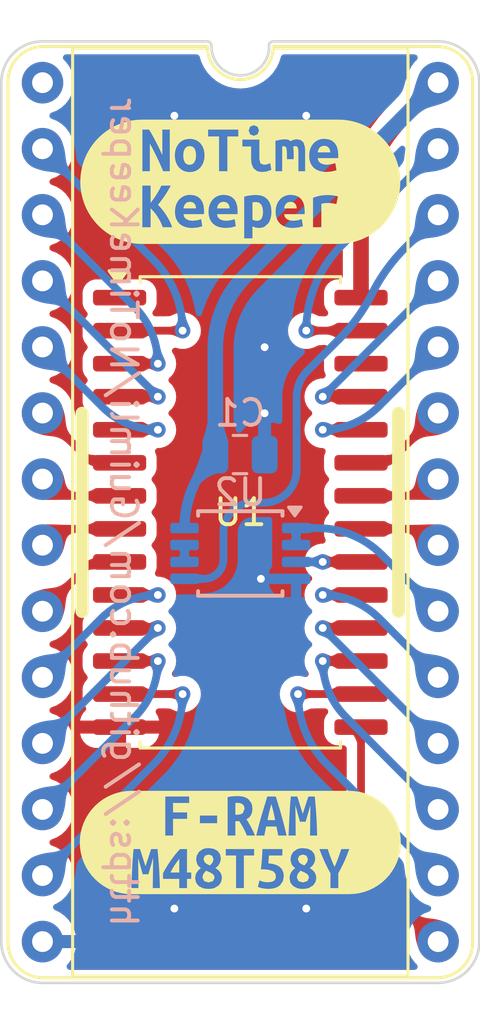
<source format=kicad_pcb>
(kicad_pcb (version 20240108) (generator "pcbnew") (generator_version "8.0")
  (layers (0 "F.Cu" signal) (31 "B.Cu" signal) (34 "B.Paste" user) (35 "F.Paste" user) (36 "B.SilkS" user "B.Silkscreen") (37 "F.SilkS" user "F.Silkscreen") (38 "B.Mask" user) (39 "F.Mask" user) (44 "Edge.Cuts" user))
  (net 0 "")
  (net 1 "GND")
  (net 2 "+5V")
  (net 3 "/D4")
  (net 4 "/A4")
  (net 5 "/A3")
  (net 6 "/D5")
  (net 7 "/A5")
  (net 8 "/D2")
  (net 9 "/A10")
  (net 10 "/~{CE}")
  (net 11 "/A6")
  (net 12 "/D0")
  (net 13 "/D7")
  (net 14 "/A8")
  (net 15 "/A0")
  (net 16 "/D1")
  (net 17 "/D6")
  (net 18 "/~{OE}")
  (net 19 "/A7")
  (net 20 "/A9")
  (net 21 "/D3")
  (net 22 "/~{WE}")
  (net 23 "/A11")
  (net 24 "/A1")
  (net 25 "/A12")
  (net 26 "/A2")
  (net 27 "/E1")
  (net 28 "/~{E1}")
  (net 29 "/E2")
  (footprint "Additional:DIP-28_W15.24mm_Socket" (layer "F.Cu") (at 110.185 53.505)
    (property "Reference" "U4")
    (property "Value" "M48T58")
    (fp_line (start -1.33 0) (end -1.33 33.02) (stroke (width 0.12)) (layer "F.SilkS"))
    (fp_line (start 0 34.41) (end 15.24 34.41) (stroke (width 0.12)) (layer "F.SilkS"))
    (fp_line (start 1.16 -1.33) (end 1.16 34.35) (stroke (width 0.12)) (layer "F.SilkS"))
    (fp_line (start 1.16 34.35) (end 14.08 34.35) (stroke (width 0.12)) (layer "F.SilkS"))
    (fp_line (start 6.35 -1.39) (end 0 -1.39) (stroke (width 0.12)) (layer "F.SilkS"))
    (fp_line (start 6.35 -1.33) (end 1.16 -1.33) (stroke (width 0.12)) (layer "F.SilkS"))
    (fp_line (start 8.89 -1.39) (end 15.24 -1.39) (stroke (width 0.12)) (layer "F.SilkS"))
    (fp_line (start 14.08 -1.33) (end 8.89 -1.33) (stroke (width 0.12)) (layer "F.SilkS"))
    (fp_line (start 14.08 34.35) (end 14.08 -1.33) (stroke (width 0.12)) (layer "F.SilkS"))
    (fp_line (start 16.57 33.02) (end 16.57 0) (stroke (width 0.12)) (layer "F.SilkS"))
    (fp_arc (start -1.33 0) (mid -0.952878 -0.970452) (end 0 -1.39) (stroke (width 0.12)) (layer "F.SilkS"))
    (fp_arc (start 0 34.41) (mid -0.952878 33.990452) (end -1.33 33.02) (stroke (width 0.12)) (layer "F.SilkS"))
    (fp_arc (start 8.89 -1.39) (mid 7.62 -0.12) (end 6.35 -1.39) (stroke (width 0.12)) (layer "F.SilkS"))
    (fp_arc (start 15.24 -1.39) (mid 16.192878 -0.970452) (end 16.57 0) (stroke (width 0.12)) (layer "F.SilkS"))
    (fp_arc (start 16.57 33.02) (mid 16.192878 33.990452) (end 15.24 34.41) (stroke (width 0.12)) (layer "F.SilkS"))
    (fp_line (start -1.5875 33.02) (end -1.5875 0) (stroke (width 0.1)) (layer "Edge.Cuts"))
    (fp_line (start 6.35 -1.5875) (end 0 -1.5875) (stroke (width 0.1)) (layer "Edge.Cuts"))
    (fp_line (start 6.50375 -1.428801) (end 6.50375 -1.39) (stroke (width 0.1)) (layer "Edge.Cuts"))
    (fp_line (start 8.72625 -1.39) (end 8.72625 -1.428801) (stroke (width 0.1)) (layer "Edge.Cuts"))
    (fp_line (start 8.89 -1.5875) (end 15.24 -1.5875) (stroke (width 0.1)) (layer "Edge.Cuts"))
    (fp_line (start 15.24 34.6075) (end 0 34.6075) (stroke (width 0.1)) (layer "Edge.Cuts"))
    (fp_line (start 16.8275 0) (end 16.8275 33.02) (stroke (width 0.1)) (layer "Edge.Cuts"))
    (fp_arc (start -1.5875 0) (mid -1.122532 -1.122532) (end 0 -1.5875) (stroke (width 0.1)) (layer "Edge.Cuts"))
    (fp_arc (start 0 34.6075) (mid -1.122532 34.142532) (end -1.5875 33.02) (stroke (width 0.1)) (layer "Edge.Cuts"))
    (fp_arc (start 6.345 -1.587551) (mid 6.457254 -1.541054) (end 6.50375 -1.428801) (stroke (width 0.1)) (layer "Edge.Cuts"))
    (fp_arc (start 8.72625 -1.428801) (mid 8.774177 -1.542465) (end 8.889018 -1.5875) (stroke (width 0.1)) (layer "Edge.Cuts"))
    (fp_arc (start 8.73125 -1.39) (mid 7.62 -0.27875) (end 6.50875 -1.39) (stroke (width 0.1)) (layer "Edge.Cuts"))
    (fp_arc (start 15.24 -1.5875) (mid 16.362532 -1.122532) (end 16.8275 0) (stroke (width 0.1)) (layer "Edge.Cuts"))
    (fp_arc (start 16.8275 33.02) (mid 16.362532 34.142532) (end 15.24 34.6075) (stroke (width 0.1)) (layer "Edge.Cuts"))
    (pad "1" thru_hole circle (at 0 0) (size 1.6 1.6) (drill 0.8) (layers "*.Cu" "*.Mask"))
    (pad "2" thru_hole oval (at 0 2.54) (size 1.6 1.6) (drill 0.8) (layers "*.Cu" "*.Mask") (net 25 "/A12"))
    (pad "3" thru_hole oval (at 0 5.08) (size 1.6 1.6) (drill 0.8) (layers "*.Cu" "*.Mask") (net 19 "/A7"))
    (pad "4" thru_hole oval (at 0 7.62) (size 1.6 1.6) (drill 0.8) (layers "*.Cu" "*.Mask") (net 11 "/A6"))
    (pad "5" thru_hole oval (at 0 10.16) (size 1.6 1.6) (drill 0.8) (layers "*.Cu" "*.Mask") (net 7 "/A5"))
    (pad "6" thru_hole oval (at 0 12.7) (size 1.6 1.6) (drill 0.8) (layers "*.Cu" "*.Mask") (net 4 "/A4"))
    (pad "7" thru_hole oval (at 0 15.24) (size 1.6 1.6) (drill 0.8) (layers "*.Cu" "*.Mask") (net 5 "/A3"))
    (pad "8" thru_hole oval (at 0 17.78) (size 1.6 1.6) (drill 0.8) (layers "*.Cu" "*.Mask") (net 26 "/A2"))
    (pad "9" thru_hole oval (at 0 20.32) (size 1.6 1.6) (drill 0.8) (layers "*.Cu" "*.Mask") (net 24 "/A1"))
    (pad "10" thru_hole oval (at 0 22.86) (size 1.6 1.6) (drill 0.8) (layers "*.Cu" "*.Mask") (net 15 "/A0"))
    (pad "11" thru_hole oval (at 0 25.4) (size 1.6 1.6) (drill 0.8) (layers "*.Cu" "*.Mask") (net 12 "/D0"))
    (pad "12" thru_hole oval (at 0 27.94) (size 1.6 1.6) (drill 0.8) (layers "*.Cu" "*.Mask") (net 16 "/D1"))
    (pad "13" thru_hole oval (at 0 30.48) (size 1.6 1.6) (drill 0.8) (layers "*.Cu" "*.Mask") (net 8 "/D2"))
    (pad "14" thru_hole oval (at 0 33.02) (size 1.6 1.6) (drill 0.8) (layers "*.Cu" "*.Mask") (net 1 "GND"))
    (pad "15" thru_hole oval (at 15.24 33.02) (size 1.6 1.6) (drill 0.8) (layers "*.Cu" "*.Mask") (net 21 "/D3"))
    (pad "16" thru_hole oval (at 15.24 30.48) (size 1.6 1.6) (drill 0.8) (layers "*.Cu" "*.Mask") (net 3 "/D4"))
    (pad "17" thru_hole oval (at 15.24 27.94) (size 1.6 1.6) (drill 0.8) (layers "*.Cu" "*.Mask") (net 6 "/D5"))
    (pad "18" thru_hole oval (at 15.24 25.4) (size 1.6 1.6) (drill 0.8) (layers "*.Cu" "*.Mask") (net 17 "/D6"))
    (pad "19" thru_hole oval (at 15.24 22.86) (size 1.6 1.6) (drill 0.8) (layers "*.Cu" "*.Mask") (net 13 "/D7"))
    (pad "20" thru_hole oval (at 15.24 20.32) (size 1.6 1.6) (drill 0.8) (layers "*.Cu" "*.Mask") (net 28 "/~{E1}"))
    (pad "21" thru_hole oval (at 15.24 17.78) (size 1.6 1.6) (drill 0.8) (layers "*.Cu" "*.Mask") (net 9 "/A10"))
    (pad "22" thru_hole oval (at 15.24 15.24) (size 1.6 1.6) (drill 0.8) (layers "*.Cu" "*.Mask") (net 18 "/~{OE}"))
    (pad "23" thru_hole oval (at 15.24 12.7) (size 1.6 1.6) (drill 0.8) (layers "*.Cu" "*.Mask") (net 23 "/A11"))
    (pad "24" thru_hole oval (at 15.24 10.16) (size 1.6 1.6) (drill 0.8) (layers "*.Cu" "*.Mask") (net 20 "/A9"))
    (pad "25" thru_hole oval (at 15.24 7.62) (size 1.6 1.6) (drill 0.8) (layers "*.Cu" "*.Mask") (net 14 "/A8"))
    (pad "26" thru_hole oval (at 15.24 5.08) (size 1.6 1.6) (drill 0.8) (layers "*.Cu" "*.Mask") (net 29 "/E2"))
    (pad "27" thru_hole oval (at 15.24 2.54) (size 1.6 1.6) (drill 0.8) (layers "*.Cu" "*.Mask") (net 22 "/~{WE}"))
    (pad "28" thru_hole oval (at 15.24 0) (size 1.6 1.6) (drill 0.8) (layers "*.Cu" "*.Mask") (net 2 "+5V"))
  )
  (footprint "kibuzzard-679CF58C" (layer "F.Cu") (at 117.805 57.315)
    (property "Reference" "kibuzzard-679CF58C" (hide yes))
    (property "Value" "G***" (hide yes))
    (fp_poly (pts (xy -1.703393 1.024017) (xy -1.716317 0.929672) (xy -1.757674 0.84825) (xy -1.830048 0.790092) (xy -1.938611 0.768121) (xy -2.04588 0.788799) (xy -2.12084 0.845665) (xy -2.167367 0.928379) (xy -2.189338 1.024017) (xy -1.703393 1.024017)) (fill solid) (layer "F.SilkS"))
    (fp_poly (pts (xy -0.410985 1.024017) (xy -0.423909 0.929672) (xy -0.465267 0.84825) (xy -0.537641 0.790092) (xy -0.646204 0.768121) (xy -0.753473 0.788799) (xy -0.828433 0.845665) (xy -0.87496 0.928379) (xy -0.89693 1.024017) (xy -0.410985 1.024017)) (fill solid) (layer "F.SilkS"))
    (fp_poly (pts (xy 2.173829 1.024017) (xy 2.160905 0.929672) (xy 2.119548 0.84825) (xy 2.047173 0.790092) (xy 1.938611 0.768121) (xy 1.831341 0.788799) (xy 1.756381 0.845665) (xy 1.709855 0.928379) (xy 1.687884 1.024017) (xy 2.173829 1.024017)) (fill solid) (layer "F.SilkS"))
    (fp_poly (pts (xy 3.466236 -1.129995) (xy 3.453312 -1.22434) (xy 3.411955 -1.305762) (xy 3.33958 -1.36392) (xy 3.231018 -1.385891) (xy 3.123748 -1.365213) (xy 3.048788 -1.308347) (xy 3.002262 -1.225633) (xy 2.980291 -1.129995) (xy 3.466236 -1.129995)) (fill solid) (layer "F.SilkS"))
    (fp_poly (pts (xy 0.876252 1.150673) (xy 0.860097 1.002369) (xy 0.811632 0.883145) (xy 0.73021 0.804631) (xy 0.615186 0.77846) (xy 0.537641 0.782337) (xy 0.467851 0.788799) (xy 0.467851 1.455681) (xy 0.550565 1.489284) (xy 0.653958 1.502208) (xy 0.752827 1.479268) (xy 0.821971 1.410447) (xy 0.862682 1.299623) (xy 0.876252 1.150673)) (fill solid) (layer "F.SilkS"))
    (fp_poly (pts (xy -2.199677 -1.013678) (xy -2.185137 -0.866344) (xy -2.141519 -0.750027) (xy -2.06559 -0.674421) (xy -1.954119 -0.649219) (xy -1.845234 -0.674421) (xy -1.76672 -0.750027) (xy -1.719225 -0.866344) (xy -1.703393 -1.013678) (xy -1.717932 -1.160689) (xy -1.761551 -1.276037) (xy -1.83748 -1.350673) (xy -1.94895 -1.375552) (xy -2.057835 -1.350673) (xy -2.136349 -1.276037) (xy -2.183845 -1.160689) (xy -2.199677 -1.013678)) (fill solid) (layer "F.SilkS"))
    (fp_poly (pts (xy -3.773829 -2.389661) (xy -3.774044 -2.389661) (xy -3.891299 -2.386782) (xy -4.008272 -2.378154) (xy -4.12468 -2.363796) (xy -4.240244 -2.343744) (xy -4.354684 -2.318046) (xy -4.467726 -2.286763) (xy -4.579097 -2.249971) (xy -4.688528 -2.207759) (xy -4.795756 -2.160228) (xy -4.900522 -2.107493) (xy -5.002575 -2.04968) (xy -5.101668 -1.98693) (xy -5.197563 -1.919394) (xy -5.290029 -1.847233) (xy -5.378842 -1.770622) (xy -5.463789 -1.689745) (xy -5.544666 -1.604798) (xy -5.621277 -1.515985) (xy -5.693438 -1.423519) (xy -5.760974 -1.327624) (xy -5.823724 -1.228531) (xy -5.881537 -1.126478) (xy -5.934272 -1.021712) (xy -5.981803 -0.914484) (xy -6.024015 -0.805052) (xy -6.060807 -0.693682) (xy -6.09209 -0.58064) (xy -6.117788 -0.4662) (xy -6.13784 -0.350636) (xy -6.152198 -0.234228) (xy -6.160826 -0.117255) (xy -6.163705 0) (xy -6.160826 0.117255) (xy -6.152198 0.234228) (xy -6.13784 0.350636) (xy -6.117788 0.4662) (xy -6.09209 0.58064) (xy -6.060807 0.693682) (xy -6.024015 0.805052) (xy -5.981803 0.914484) (xy -5.934272 1.021712) (xy -5.881537 1.126478) (xy -5.823724 1.228531) (xy -5.760974 1.327624) (xy -5.693438 1.423519) (xy -5.621277 1.515985) (xy -5.544666 1.604798) (xy -5.463789 1.689745) (xy -5.378842 1.770622) (xy -5.290029 1.847233) (xy -5.197563 1.919394) (xy -5.101668 1.98693) (xy -5.002575 2.04968) (xy -4.900522 2.107493) (xy -4.795756 2.160228) (xy -4.688528 2.207759) (xy -4.579097 2.249971) (xy -4.467726 2.286763) (xy -4.354684 2.318046) (xy -4.240244 2.343744) (xy -4.12468 2.363796) (xy -4.008272 2.378154) (xy -3.891299 2.386782) (xy -3.774044 2.389661) (xy -3.773829 2.389661) (xy -2.98546 2.389661) (xy -2.98546 1.747765) (xy -3.066882 1.552612) (xy -3.122779 1.449219) (xy -3.184491 1.348411) (xy -3.250727 1.252127) (xy -3.320194 1.162305) (xy -3.455897 1.016263) (xy -3.455897 1.747765) (xy -3.773829 1.747765) (xy -3.773829 0.147765) (xy -3.455897 0.147765) (xy -3.455897 0.812062) (xy -3.336995 0.651804) (xy -3.219386 0.476037) (xy -3.117286 0.302854) (xy -3.039741 0.147765) (xy -2.972536 0.147765) (xy -2.972536 -0.406247) (xy -3.047065 -0.583594) (xy -3.125902 -0.760653) (xy -3.209047 -0.937426) (xy -3.2965 -1.114199) (xy -3.388261 -1.291258) (xy -3.48433 -1.468605) (xy -3.48433 -0.406247) (xy -3.771244 -0.406247) (xy -3.771244 -2.006247) (xy -3.515347 -2.006247) (xy -3.442972 -1.887668) (xy -3.370598 -1.759397) (xy -3.299192 -1.626602) (xy -3.229725 -1.494453) (xy -3.163813 -1.364567) (xy -3.103069 -1.238557) (xy -3.049111 -1.12224) (xy -3.003554 -1.021432) (xy -3.003554 -2.006247) (xy -2.71664 -2.006247) (xy -2.71664 -0.406247) (xy -2.972536 -0.406247) (xy -2.972536 0.147765) (xy -2.680452 0.147765) (xy -2.767044 0.306731) (xy -2.821002 0.397846) (xy -2.882068 0.492838) (xy -2.94895 0.590738) (xy -3.020355 0.690576) (xy -3.095638 0.789445) (xy -3.174152 0.884437) (xy -3.093376 0.967798) (xy -3.011309 1.062789) (xy -2.930856 1.167151) (xy -2.854927 1.278621) (xy -2.784814 1.394938) (xy -2.721809 1.51384) (xy -2.668174 1.632418) (xy -2.626171 1.747765) (xy -2.98546 1.747765) (xy -2.98546 2.389661) (xy -1.850727 2.389661) (xy -1.850727 1.776198) (xy -1.997738 1.766182) (xy -2.128594 1.736134) (xy -2.242326 1.686376) (xy -2.337964 1.617232) (xy -2.41454 1.529025) (xy -2.471082 1.422079) (xy -2.505977 1.296069) (xy -2.517609 1.150673) (xy -2.505331 1.000108) (xy -2.468498 0.868928) (xy -2.411632 0.757458) (xy -2.339257 0.66602) (xy -2.253312 0.594615) (xy -2.155735 0.543242) (xy -2.05105 0.512224) (xy -1.94895 0.502383) (xy -1.94895 -0.372644) (xy -2.072052 -0.384276) (xy -2.182876 -0.419171) (xy -2.280452 -0.47539) (xy -2.363813 -0.550996) (xy -2.431341 -0.644373) (xy -2.481422 -0.753904) (xy -2.512439 -0.878298) (xy -2.522779 -1.016263) (xy -2.512116 -1.152289) (xy -2.480129 -1.276037) (xy -2.429079 -1.385245) (xy -2.361228 -1.477652) (xy -2.277544 -1.551966) (xy -2.178998 -1.606893) (xy -2.068498 -1.640819) (xy -1.94895 -1.652127) (xy -1.827787 -1.640819) (xy -1.717609 -1.606893) (xy -1.620032 -1.551966) (xy -1.536672 -1.477652) (xy -1.469144 -1.385245) (xy -1.419063 -1.276037) (xy -1.388045 -1.152289) (xy -1.377706 -1.016263) (xy -1.388045 -0.878298) (xy -1.419063 -0.753904) (xy -1.468821 -0.644373) (xy -1.53538 -0.550996) (xy -1.617771 -0.47539) (xy -1.715024 -0.419171) (xy -1.825848 -0.384276) (xy -1.94895 -0.372644) (xy -1.94895 0.502383) (xy -1.94378 0.501885) (xy -1.778927 0.519548) (xy -1.642793 0.572536) (xy -1.53538 0.660851) (xy -1.457835 0.783055) (xy -1.411309 0.937713) (xy -1.3958 1.124825) (xy -1.397092 1.189445) (xy -1.400969 1.243726) (xy -2.189338 1.243726) (xy -2.164782 1.350027) (xy -2.091115 1.431125) (xy -1.978675 1.482499) (xy -1.837803 1.499623) (xy -1.655573 1.478945) (xy -1.509531 1.437588) (xy -1.46559 1.708993) (xy -1.641357 1.756812) (xy -1.850727 1.776198) (xy -1.850727 2.389661) (xy -0.55832 2.389661) (xy -0.55832 1.776198) (xy -0.705331 1.766182) (xy -0.836187 1.736134) (xy -0.949919 1.686376) (xy -1.045557 1.617232) (xy -1.122132 1.529025) (xy -1.178675 1.422079) (xy -1.21357 1.296069) (xy -1.225202 1.150673) (xy -1.212924 1.000108) (xy -1.17609 0.868928) (xy -1.119225 0.757458) (xy -1.04685 0.66602) (xy -0.960905 0.594615) (xy -0.863328 0.543242) (xy -0.758643 0.512224) (xy -0.651373 0.501885) (xy -0.498869 0.518224) (xy -0.498869 -0.406247) (xy -0.819386 -0.406247) (xy -0.819386 -1.742596) (xy -1.240711 -1.742596) (xy -1.240711 -2.006247) (xy -0.077544 -2.006247) (xy -0.077544 -1.742596) (xy -0.498869 -1.742596) (xy -0.498869 -0.406247) (xy -0.498869 0.518224) (xy -0.486519 0.519548) (xy -0.350386 0.572536) (xy -0.242972 0.660851) (xy -0.165428 0.783055) (xy -0.118901 0.937713) (xy -0.103393 1.124825) (xy -0.104685 1.189445) (xy -0.108562 1.243726) (xy -0.89693 1.243726) (xy -0.872375 1.350027) (xy -0.798708 1.431125) (xy -0.686268 1.482499) (xy -0.545396 1.499623) (xy -0.363166 1.478945) (xy -0.217124 1.437588) (xy -0.173182 1.708993) (xy -0.34895 1.756812) (xy -0.55832 1.776198) (xy -0.55832 2.389661) (xy 0.467851 2.389661) (xy 0.467851 2.17426) (xy 0.149919 2.17426) (xy 0.149919 0.571675) (xy 0.247819 0.545827) (xy 0.365751 0.525148) (xy 0.49273 0.511578) (xy 0.617771 0.507054) (xy 0.790953 0.52601) (xy 0.850404 0.549505) (xy 0.850404 -0.377814) (xy 0.736349 -0.386861) (xy 0.642326 -0.414001) (xy 0.507916 -0.518686) (xy 0.436834 -0.685407) (xy 0.421325 -0.790738) (xy 0.416155 -0.910285) (xy 0.416155 -1.357458) (xy 0.080129 -1.357458) (xy 0.080129 -1.621109) (xy 0.519548 -1.621109) (xy 0.519548 -1.768444) (xy 0.378675 -1.822725) (xy 0.320517 -1.970059) (xy 0.378675 -2.119978) (xy 0.519548 -2.17426) (xy 0.661712 -2.119978) (xy 0.721163 -1.970059) (xy 0.661712 -1.822725) (xy 0.519548 -1.768444) (xy 0.519548 -1.621109) (xy 0.734087 -1.621109) (xy 0.734087 -0.868928) (xy 0.774152 -0.707377) (xy 0.90727 -0.654389) (xy 1.013247 -0.66602) (xy 1.152827 -0.71384) (xy 1.194184 -0.457943) (xy 1.00937 -0.394615) (xy 0.850404 -0.377814) (xy 0.850404 0.549505) (xy 0.934841 0.582876) (xy 1.049435 0.677652) (xy 1.132723 0.804882) (xy 1.182696 0.95911) (xy 1.199354 1.140334) (xy 1.191599 1.274421) (xy 1.168336 1.397523) (xy 1.13021 1.506731) (xy 1.077868 1.599138) (xy 0.927948 1.729672) (xy 0.830372 1.764567) (xy 0.718578 1.776198) (xy 0.595154 1.761335) (xy 0.467851 1.716747) (xy 0.467851 2.17426) (xy 0.467851 2.389661) (xy 2.026494 2.389661) (xy 2.026494 1.776198) (xy 1.879483 1.766182) (xy 1.748627 1.736134) (xy 1.634895 1.686376) (xy 1.539257 1.617232) (xy 1.462682 1.529025) (xy 1.406139 1.422079) (xy 1.371244 1.296069) (xy 1.359612 1.150673) (xy 1.37189 1.000108) (xy 1.408724 0.868928) (xy 1.46559 0.757458) (xy 1.537965 0.66602) (xy 1.62391 0.594615) (xy 1.721486 0.543242) (xy 1.826171 0.512224) (xy 1.933441 0.501885) (xy 2.098295 0.519548) (xy 2.234428 0.572536) (xy 2.341842 0.660851) (xy 2.419386 0.783055) (xy 2.465913 0.937713) (xy 2.481422 1.124825) (xy 2.480129 1.189445) (xy 2.476252 1.243726) (xy 1.687884 1.243726) (xy 1.712439 1.350027) (xy 1.786107 1.431125) (xy 1.898546 1.482499) (xy 2.039418 1.499623) (xy 2.221648 1.478945) (xy 2.36769 1.437588) (xy 2.411632 1.708993) (xy 2.235864 1.756812) (xy 2.026494 1.776198) (xy 2.026494 2.389661) (xy 2.496931 2.389661) (xy 2.496931 -0.406247) (xy 2.238449 -0.406247) (xy 2.238449 -1.148088) (xy 2.229402 -1.264405) (xy 2.206139 -1.33161) (xy 2.172536 -1.362628) (xy 2.132472 -1.370382) (xy 2.08336 -1.366505) (xy 2.036834 -1.352289) (xy 2.049758 -1.243726) (xy 2.054927 -1.111901) (xy 2.054927 -0.868928) (xy 1.796446 -0.868928) (xy 1.796446 -1.148088) (xy 1.77189 -1.321271) (xy 1.693053 -1.370382) (xy 1.655574 -1.367798) (xy 1.612924 -1.360043) (xy 1.612924 -0.406247) (xy 1.354443 -0.406247) (xy 1.354443 -1.574583) (xy 1.553473 -1.618525) (xy 1.726656 -1.634033) (xy 1.84685 -1.617232) (xy 1.938611 -1.561659) (xy 2.042003 -1.612062) (xy 2.166074 -1.634033) (xy 2.331502 -1.603016) (xy 2.433603 -1.509962) (xy 2.484007 -1.353581) (xy 2.4937 -1.251158) (xy 2.496931 -1.132579) (xy 2.496931 -0.406247) (xy 2.496931 2.389661) (xy 3.122456 2.389661) (xy 3.122456 1.747765) (xy 2.801939 1.747765) (xy 2.801939 0.613032) (xy 2.93021 0.571029) (xy 3.061712 0.538072) (xy 3.206139 0.516747) (xy 3.318902 0.511949) (xy 3.318902 -0.377814) (xy 3.17189 -0.38783) (xy 3.041034 -0.417878) (xy 2.927302 -0.467636) (xy 2.831664 -0.53678) (xy 2.755089 -0.624987) (xy 2.698546 -0.731933) (xy 2.663651 -0.857943) (xy 2.652019 -1.003339) (xy 2.664297 -1.153904) (xy 2.701131 -1.285083) (xy 2.757997 -1.396554) (xy 2.830372 -1.487991) (xy 2.916317 -1.559397) (xy 3.013893 -1.61077) (xy 3.118578 -1.641788) (xy 3.225848 -1.652127) (xy 3.390702 -1.634464) (xy 3.526835 -1.581475) (xy 3.634249 -1.493161) (xy 3.711793 -1.370957) (xy 3.75832 -1.216299) (xy 3.773829 -1.029187) (xy 3.772536 -0.964567) (xy 3.768659 -0.910285) (xy 2.980291 -0.910285) (xy 3.004847 -0.803985) (xy 3.078514 -0.722886) (xy 3.190953 -0.671513) (xy 3.331826 -0.654389) (xy 3.514055 -0.675067) (xy 3.660097 -0.716424) (xy 3.704039 -0.445019) (xy 3.528271 -0.3972) (xy 3.318902 -0.377814) (xy 3.318902 0.511949) (xy 3.373183 0.509639) (xy 3.44685 0.512224) (xy 3.54895 0.521271) (xy 3.658805 0.53678) (xy 3.75832 0.561335) (xy 3.701454 0.856004) (xy 3.627787 0.840495) (xy 3.541196 0.826279) (xy 3.455897 0.817232) (xy 3.386107 0.814647) (xy 3.254281 0.821109) (xy 3.122456 0.845665) (xy 3.122456 1.747765) (xy 3.122456 2.389661) (xy 3.773829 2.389661) (xy 3.774044 2.389661) (xy 3.891299 2.386782) (xy 4.008272 2.378154) (xy 4.12468 2.363796) (xy 4.240244 2.343744) (xy 4.354684 2.318046) (xy 4.467726 2.286763) (xy 4.579097 2.249971) (xy 4.688528 2.207759) (xy 4.795756 2.160228) (xy 4.900522 2.107493) (xy 5.002575 2.04968) (xy 5.101669 1.98693) (xy 5.197563 1.919393) (xy 5.290029 1.847233) (xy 5.378842 1.770622) (xy 5.463789 1.689745) (xy 5.544666 1.604798) (xy 5.621277 1.515985) (xy 5.693438 1.423519) (xy 5.760974 1.327624) (xy 5.823725 1.228531) (xy 5.881537 1.126478) (xy 5.934272 1.021712) (xy 5.981803 0.914484) (xy 6.024015 0.805052) (xy 6.060807 0.693682) (xy 6.09209 0.58064) (xy 6.117788 0.4662) (xy 6.13784 0.350636) (xy 6.152198 0.234228) (xy 6.160826 0.117255) (xy 6.163705 0) (xy 6.160826 -0.117255) (xy 6.152198 -0.234228) (xy 6.13784 -0.350636) (xy 6.117788 -0.4662) (xy 6.09209 -0.58064) (xy 6.060807 -0.693682) (xy 6.024015 -0.805052) (xy 5.981803 -0.914484) (xy 5.934272 -1.021712) (xy 5.881537 -1.126478) (xy 5.823725 -1.228531) (xy 5.760974 -1.327624) (xy 5.693438 -1.423519) (xy 5.621277 -1.515985) (xy 5.544666 -1.604798) (xy 5.463789 -1.689745) (xy 5.378842 -1.770622) (xy 5.290029 -1.847233) (xy 5.197563 -1.919393) (xy 5.101669 -1.98693) (xy 5.002575 -2.04968) (xy 4.900522 -2.107493) (xy 4.795756 -2.160228) (xy 4.688528 -2.207759) (xy 4.579097 -2.249971) (xy 4.467726 -2.286763) (xy 4.354684 -2.318046) (xy 4.240244 -2.343744) (xy 4.12468 -2.363796) (xy 4.008272 -2.378154) (xy 3.891299 -2.386782) (xy 3.774044 -2.389661) (xy 3.773829 -2.389661) (xy -3.773829 -2.389661)) (fill solid) (layer "F.SilkS"))
  )
  (footprint "kibuzzard-679CF65F" (layer "F.Cu") (at 117.805 82.715)
    (property "Reference" "kibuzzard-679CF65F" (hide yes))
    (property "Value" "G***" (hide yes))
    (fp_poly (pts (xy -2.351777 0.625606) (xy -2.441438 0.744346) (xy -2.53231 0.876414) (xy -2.618336 1.015751) (xy -2.691034 1.153877) (xy -2.351777 1.153877) (xy -2.351777 0.625606)) (fill solid) (layer "F.SilkS"))
    (fp_poly (pts (xy -1.22496 0.463247) (xy -1.361874 0.506866) (xy -1.421244 0.635299) (xy -1.365509 0.773425) (xy -1.28857 0.827948) (xy -1.169225 0.884895) (xy -1.062601 0.76252) (xy -1.031099 0.632876) (xy -1.088045 0.505654) (xy -1.22496 0.463247)) (fill solid) (layer "F.SilkS"))
    (fp_poly (pts (xy 1.19588 -1.476171) (xy 1.15105 -1.315024) (xy 1.112278 -1.164782) (xy 1.078352 -1.015751) (xy 1.048061 -0.860662) (xy 1.341276 -0.860662) (xy 1.312197 -1.015751) (xy 1.279483 -1.164782) (xy 1.240711 -1.315024) (xy 1.19588 -1.476171)) (fill solid) (layer "F.SilkS"))
    (fp_poly (pts (xy 2.409935 0.463247) (xy 2.273021 0.506866) (xy 2.213651 0.635299) (xy 2.269386 0.773425) (xy 2.346325 0.827948) (xy 2.46567 0.884895) (xy 2.572294 0.76252) (xy 2.603796 0.632876) (xy 2.54685 0.505654) (xy 2.409935 0.463247)) (fill solid) (layer "F.SilkS"))
    (fp_poly (pts (xy -0.989903 1.359855) (xy -1.008078 1.27504) (xy -1.066236 1.208401) (xy -1.169225 1.147819) (xy -1.319467 1.083603) (xy -1.423667 1.208401) (xy -1.460016 1.340468) (xy -1.390953 1.487076) (xy -1.227383 1.536753) (xy -1.05412 1.484653) (xy -0.989903 1.359855)) (fill solid) (layer "F.SilkS"))
    (fp_poly (pts (xy 2.644992 1.359855) (xy 2.626817 1.27504) (xy 2.568659 1.208401) (xy 2.46567 1.147819) (xy 2.315428 1.083603) (xy 2.211228 1.208401) (xy 2.174879 1.340468) (xy 2.243942 1.487076) (xy 2.407512 1.536753) (xy 2.580775 1.484653) (xy 2.644992 1.359855)) (fill solid) (layer "F.SilkS"))
    (fp_poly (pts (xy 0.16357 -1.294426) (xy 0.145396 -1.397415) (xy 0.090872 -1.468901) (xy 0.006664 -1.510703) (xy -0.100565 -1.524637) (xy -0.141761 -1.523425) (xy -0.190226 -1.517367) (xy -0.190226 -1.06664) (xy -0.124798 -1.06664) (xy 0.006664 -1.081482) (xy 0.095719 -1.12601) (xy 0.16357 -1.294426)) (fill solid) (layer "F.SilkS"))
    (fp_poly (pts (xy -4.198304 -1.985864) (xy -4.198506 -1.985864) (xy -4.393154 -1.976302) (xy -4.585929 -1.947706) (xy -4.774972 -1.900354) (xy -4.958463 -1.834699) (xy -5.134636 -1.751376) (xy -5.301793 -1.651186) (xy -5.458325 -1.535094) (xy -5.602724 -1.404218) (xy -5.7336 -1.259819) (xy -5.849691 -1.103287) (xy -5.949882 -0.93613) (xy -6.033205 -0.759957) (xy -6.098859 -0.576466) (xy -6.146212 -0.387423) (xy -6.174807 -0.194649) (xy -6.18437 0) (xy -6.174807 0.194649) (xy -6.146212 0.387423) (xy -6.098859 0.576466) (xy -6.033205 0.759957) (xy -5.949882 0.93613) (xy -5.849691 1.103287) (xy -5.7336 1.259819) (xy -5.602724 1.404218) (xy -5.458325 1.535094) (xy -5.301793 1.651186) (xy -5.134636 1.751376) (xy -4.958463 1.834699) (xy -4.774972 1.900354) (xy -4.585929 1.947706) (xy -4.393154 1.976302) (xy -4.198506 1.985864) (xy -4.198304 1.985864) (xy -3.098142 1.985864) (xy -3.098142 1.752423) (xy -3.371971 1.752423) (xy -3.357431 0.586834) (xy -3.541599 1.221729) (xy -3.759693 1.221729) (xy -3.936591 0.586834) (xy -3.924475 1.752423) (xy -4.198304 1.752423) (xy -4.190731 1.56462) (xy -4.182553 1.369548) (xy -4.173768 1.171446) (xy -4.164378 0.974556) (xy -4.153776 0.7813) (xy -4.141357 0.594103) (xy -4.12712 0.416599) (xy -4.111066 0.252423) (xy -3.863893 0.252423) (xy -3.821486 0.383279) (xy -3.766963 0.555331) (xy -3.708805 0.741922) (xy -3.653069 0.916397) (xy -3.592488 0.731018) (xy -3.531906 0.54685) (xy -3.478595 0.380856) (xy -3.434976 0.252423) (xy -3.187803 0.252423) (xy -3.171143 0.446284) (xy -3.155089 0.635299) (xy -3.140549 0.820981) (xy -3.128433 1.004847) (xy -3.118437 1.188409) (xy -3.110258 1.373183) (xy -3.103595 1.560683) (xy -3.098142 1.752423) (xy -3.098142 1.985864) (xy -2.053716 1.985864) (xy -2.053716 1.752423) (xy -2.351777 1.752423) (xy -2.351777 1.398627) (xy -2.976979 1.398627) (xy -2.976979 1.180533) (xy -2.924273 1.079665) (xy -2.889742 1.020264) (xy -2.889742 -0.266963) (xy -2.889742 -1.766963) (xy -1.971325 -1.766963) (xy -1.971325 -1.51979) (xy -2.59168 -1.51979) (xy -2.59168 -1.1563) (xy -2.048869 -1.1563) (xy -2.048869 -0.909128) (xy -2.59168 -0.909128) (xy -2.59168 -0.266963) (xy -2.889742 -0.266963) (xy -2.889742 1.020264) (xy -2.858239 0.966074) (xy -2.781906 0.844608) (xy -2.698304 0.720113) (xy -2.608643 0.595012) (xy -2.514136 0.471729) (xy -2.417205 0.355715) (xy -2.320275 0.252423) (xy -2.053716 0.252423) (xy -2.053716 1.153877) (xy -1.891357 1.153877) (xy -1.891357 1.398627) (xy -2.053716 1.398627) (xy -2.053716 1.752423) (xy -2.053716 1.985864) (xy -1.232229 1.985864) (xy -1.232229 1.783926) (xy -1.340973 1.776959) (xy -1.439418 1.756058) (xy -1.599354 1.67609) (xy -1.702342 1.547658) (xy -1.738691 1.376817) (xy -1.725363 1.266256) (xy -1.68538 1.162359) (xy -1.616922 1.067548) (xy -1.518174 0.984249) (xy -1.607835 0.909128) (xy -1.66357 0.82916) (xy -1.702342 0.654685) (xy -1.676898 0.503231) (xy -1.595719 0.36147) (xy -1.4479 0.25727) (xy -1.344911 0.226373) (xy -1.220113 0.216074) (xy -1.026555 0.24273) (xy -0.892973 0.314263) (xy -0.892973 -0.741922) (xy -1.556947 -0.741922) (xy -1.556947 -1.035137) (xy -0.892973 -1.035137) (xy -0.892973 -0.741922) (xy -0.892973 0.314263) (xy -0.877221 0.322698) (xy -0.781805 0.447496) (xy -0.75 0.608643) (xy -0.762722 0.711935) (xy -0.800889 0.813409) (xy -0.866317 0.905796) (xy -0.960824 0.981826) (xy -0.842993 1.065428) (xy -0.765751 1.1563) (xy -0.723041 1.255654) (xy -0.708805 1.364701) (xy -0.736672 1.51252) (xy -0.826333 1.647011) (xy -0.98748 1.745153) (xy -1.098344 1.774233) (xy -1.232229 1.783926) (xy -1.232229 1.985864) (xy 0.136914 1.985864) (xy 0.136914 1.752423) (xy -0.16357 1.752423) (xy -0.16357 0.499596) (xy -0.558562 0.499596) (xy -0.558562 0.252423) (xy 0.531906 0.252423) (xy 0.531906 0.499596) (xy 0.136914 0.499596) (xy 0.136914 1.752423) (xy 0.136914 1.985864) (xy 0.565832 1.985864) (xy 0.565832 -0.266963) (xy 0.253231 -0.266963) (xy 0.192952 -0.409632) (xy 0.123586 -0.54685) (xy 0.046951 -0.68225) (xy -0.035137 -0.819467) (xy -0.190226 -0.819467) (xy -0.190226 -0.266963) (xy -0.488288 -0.266963) (xy -0.488288 -1.745153) (xy -0.392569 -1.763328) (xy -0.287157 -1.775444) (xy -0.18538 -1.781502) (xy -0.100565 -1.783926) (xy 0.021809 -1.776656) (xy 0.132068 -1.754847) (xy 0.228998 -1.717892) (xy 0.311389 -1.665186) (xy 0.426494 -1.511309) (xy 0.456482 -1.409834) (xy 0.466478 -1.292003) (xy 0.45315 -1.167205) (xy 0.413166 -1.054523) (xy 0.342286 -0.960622) (xy 0.236268 -0.892165) (xy 0.323506 -0.752827) (xy 0.413166 -0.592892) (xy 0.496769 -0.425687) (xy 0.565832 -0.266963) (xy 0.565832 1.985864) (xy 1.081987 1.985864) (xy 1.081987 1.783926) (xy 0.963247 1.776656) (xy 0.846931 1.758481) (xy 0.746365 1.733037) (xy 0.677302 1.706381) (xy 0.737884 1.459208) (xy 0.873586 1.507674) (xy 0.966276 1.524031) (xy 1.079564 1.529483) (xy 1.223748 1.510097) (xy 1.313409 1.46042) (xy 1.358239 1.391357) (xy 1.370355 1.311389) (xy 1.349758 1.196284) (xy 1.267367 1.106624) (xy 1.09168 1.048465) (xy 0.960218 1.033017) (xy 0.793619 1.027868) (xy 0.815428 0.826434) (xy 0.832391 0.629241) (xy 0.845113 0.4375) (xy 0.8542 0.252423) (xy 1.462439 0.252423) (xy 1.462439 -0.266963) (xy 1.392165 -0.613489) (xy 0.992326 -0.613489) (xy 0.924475 -0.266963) (xy 0.614297 -0.266963) (xy 0.657044 -0.441195) (xy 0.699984 -0.609128) (xy 0.743118 -0.770759) (xy 0.786446 -0.92609) (xy 0.829968 -1.075121) (xy 0.884037 -1.255124) (xy 0.937197 -1.430432) (xy 0.989449 -1.601045) (xy 1.040792 -1.766963) (xy 1.365509 -1.766963) (xy 1.418745 -1.599682) (xy 1.47183 -1.427403) (xy 1.524763 -1.250126) (xy 1.577544 -1.067851) (xy 1.619467 -0.917561) (xy 1.660905 -0.762326) (xy 1.701858 -0.602149) (xy 1.742326 -0.437027) (xy 1.78231 -0.266963) (xy 1.462439 -0.266963) (xy 1.462439 0.252423) (xy 1.619952 0.252423) (xy 1.619952 0.499596) (xy 1.103796 0.499596) (xy 1.09168 0.661955) (xy 1.079564 0.800081) (xy 1.262924 0.824852) (xy 1.412359 0.873317) (xy 1.527868 0.945477) (xy 1.609989 1.040792) (xy 1.659262 1.158724) (xy 1.675687 1.299273) (xy 1.639338 1.491922) (xy 1.527868 1.6458) (xy 1.443659 1.703958) (xy 1.341276 1.747577) (xy 1.220719 1.774838) (xy 1.081987 1.783926) (xy 1.081987 1.985864) (xy 2.402666 1.985864) (xy 2.402666 1.783926) (xy 2.293922 1.776959) (xy 2.195477 1.756058) (xy 2.035541 1.67609) (xy 1.932552 1.547658) (xy 1.896204 1.376817) (xy 1.909531 1.266256) (xy 1.949515 1.162359) (xy 2.017973 1.067548) (xy 2.116721 0.984249) (xy 2.02706 0.909128) (xy 1.971325 0.82916) (xy 1.932552 0.654685) (xy 1.957997 0.503231) (xy 2.039176 0.36147) (xy 2.186995 0.25727) (xy 2.289984 0.226373) (xy 2.414782 0.216074) (xy 2.60834 0.24273) (xy 2.757674 0.322698) (xy 2.85309 0.447496) (xy 2.884895 0.608643) (xy 2.872173 0.711935) (xy 2.834006 0.813409) (xy 2.768578 0.905796) (xy 2.674071 0.981826) (xy 2.791902 1.065428) (xy 2.869144 1.1563) (xy 2.911854 1.255654) (xy 2.92609 1.364701) (xy 2.898223 1.51252) (xy 2.808562 1.647011) (xy 2.647415 1.745153) (xy 2.536551 1.774233) (xy 2.402666 1.783926) (xy 2.402666 1.985864) (xy 2.960016 1.985864) (xy 2.960016 -0.266963) (xy 2.686187 -0.266963) (xy 2.700727 -1.432553) (xy 2.516559 -0.797658) (xy 2.298465 -0.797658) (xy 2.121567 -1.432553) (xy 2.133683 -0.266963) (xy 1.859855 -0.266963) (xy 1.867427 -0.454766) (xy 1.875606 -0.649838) (xy 1.88439 -0.84794) (xy 1.89378 -1.04483) (xy 1.904382 -1.238086) (xy 1.916801 -1.425283) (xy 1.931038 -1.602787) (xy 1.947092 -1.766963) (xy 2.194265 -1.766963) (xy 2.236672 -1.636107) (xy 2.291195 -1.464055) (xy 2.349354 -1.277464) (xy 2.405089 -1.102989) (xy 2.46567 -1.288368) (xy 2.526252 -1.472536) (xy 2.579564 -1.63853) (xy 2.623183 -1.766963) (xy 2.870355 -1.766963) (xy 2.887015 -1.573102) (xy 2.903069 -1.384087) (xy 2.917609 -1.198405) (xy 2.929725 -1.01454) (xy 2.939721 -0.830977) (xy 2.9479 -0.646204) (xy 2.954564 -0.458704) (xy 2.960016 -0.266963) (xy 2.960016 1.985864) (xy 3.774233 1.985864) (xy 3.774233 1.752423) (xy 3.473748 1.752423) (xy 3.473748 1.182956) (xy 3.38853 1.027464) (xy 3.310582 0.874394) (xy 3.239903 0.723748) (xy 3.173802 0.571756) (xy 3.109585 0.414647) (xy 3.047254 0.252423) (xy 3.367124 0.252423) (xy 3.425889 0.428413) (xy 3.490711 0.607431) (xy 3.559774 0.780392) (xy 3.63126 0.938207) (xy 3.693053 0.797658) (xy 3.763328 0.618336) (xy 3.797859 0.523223) (xy 3.831179 0.426898) (xy 3.890549 0.252423) (xy 4.198304 0.252423) (xy 4.152262 0.374192) (xy 4.10622 0.492326) (xy 4.058966 0.608037) (xy 4.009289 0.722536) (xy 3.956583 0.836127) (xy 3.900242 0.949111) (xy 3.839661 1.063308) (xy 3.774233 1.180533) (xy 3.774233 1.752423) (xy 3.774233 1.985864) (xy 4.198304 1.985864) (xy 4.198506 1.985864) (xy 4.393154 1.976302) (xy 4.585929 1.947706) (xy 4.774972 1.900354) (xy 4.958463 1.834699) (xy 5.134636 1.751376) (xy 5.301793 1.651186) (xy 5.458325 1.535094) (xy 5.602724 1.404218) (xy 5.7336 1.259819) (xy 5.849691 1.103287) (xy 5.949882 0.93613) (xy 6.033205 0.759957) (xy 6.098859 0.576466) (xy 6.146212 0.387423) (xy 6.174807 0.194649) (xy 6.18437 0) (xy 6.174807 -0.194649) (xy 6.146212 -0.387423) (xy 6.098859 -0.576466) (xy 6.033205 -0.759957) (xy 5.949882 -0.93613) (xy 5.849691 -1.103287) (xy 5.7336 -1.259819) (xy 5.602724 -1.404218) (xy 5.458325 -1.535094) (xy 5.301793 -1.651186) (xy 5.134636 -1.751376) (xy 4.958463 -1.834699) (xy 4.774972 -1.900354) (xy 4.585929 -1.947706) (xy 4.393154 -1.976302) (xy 4.198506 -1.985864) (xy 4.198304 -1.985864) (xy -4.198304 -1.985864)) (fill solid) (layer "F.SilkS"))
  )
  (footprint "Package_SO:SOIC-28W_7.5x17.9mm_P1.27mm" (layer "F.Cu") (at 117.805 70.023724)
    (property "Reference" "U1" (at 0 0 0) (layer "F.SilkS"))
    (property "Value" "FM16W08-SG")
    (fp_line (start -3.86 -9.06) (end -3.86 -8.815) (stroke (width 0.12)) (layer "F.SilkS"))
    (fp_line (start -3.86 9.06) (end -3.86 8.815) (stroke (width 0.12)) (layer "F.SilkS"))
    (fp_line (start 0 -9.06) (end -3.86 -9.06) (stroke (width 0.12)) (layer "F.SilkS"))
    (fp_line (start 0 -9.06) (end 3.86 -9.06) (stroke (width 0.12)) (layer "F.SilkS"))
    (fp_line (start 0 9.06) (end -3.86 9.06) (stroke (width 0.12)) (layer "F.SilkS"))
    (fp_line (start 0 9.06) (end 3.86 9.06) (stroke (width 0.12)) (layer "F.SilkS"))
    (fp_line (start 3.86 -9.06) (end 3.86 -8.815) (stroke (width 0.12)) (layer "F.SilkS"))
    (fp_line (start 3.86 9.06) (end 3.86 8.815) (stroke (width 0.12)) (layer "F.SilkS"))
    (fp_poly (pts (xy -4.7125 -8.815) (xy -5.0525 -9.285) (xy -4.3725 -9.285) (xy -4.7125 -8.815)) (stroke (width 0.12)) (fill solid) (layer "F.SilkS"))
    (pad "1" smd roundrect (at -4.65 -8.255) (size 2.05 0.6) (layers "F.Cu" "F.Paste" "F.Mask"))
    (pad "2" smd roundrect (at -4.65 -6.985) (size 2.05 0.6) (layers "F.Cu" "F.Paste" "F.Mask") (net 25 "/A12"))
    (pad "3" smd roundrect (at -4.65 -5.715) (size 2.05 0.6) (layers "F.Cu" "F.Paste" "F.Mask") (net 19 "/A7"))
    (pad "4" smd roundrect (at -4.65 -4.445) (size 2.05 0.6) (layers "F.Cu" "F.Paste" "F.Mask") (net 11 "/A6"))
    (pad "5" smd roundrect (at -4.65 -3.175) (size 2.05 0.6) (layers "F.Cu" "F.Paste" "F.Mask") (net 7 "/A5"))
    (pad "6" smd roundrect (at -4.65 -1.905) (size 2.05 0.6) (layers "F.Cu" "F.Paste" "F.Mask") (net 4 "/A4"))
    (pad "7" smd roundrect (at -4.65 -0.635) (size 2.05 0.6) (layers "F.Cu" "F.Paste" "F.Mask") (net 5 "/A3"))
    (pad "8" smd roundrect (at -4.65 0.635) (size 2.05 0.6) (layers "F.Cu" "F.Paste" "F.Mask") (net 26 "/A2"))
    (pad "9" smd roundrect (at -4.65 1.905) (size 2.05 0.6) (layers "F.Cu" "F.Paste" "F.Mask") (net 24 "/A1"))
    (pad "10" smd roundrect (at -4.65 3.175) (size 2.05 0.6) (layers "F.Cu" "F.Paste" "F.Mask") (net 15 "/A0"))
    (pad "11" smd roundrect (at -4.65 4.445) (size 2.05 0.6) (layers "F.Cu" "F.Paste" "F.Mask") (net 12 "/D0"))
    (pad "12" smd roundrect (at -4.65 5.715) (size 2.05 0.6) (layers "F.Cu" "F.Paste" "F.Mask") (net 16 "/D1"))
    (pad "13" smd roundrect (at -4.65 6.985) (size 2.05 0.6) (layers "F.Cu" "F.Paste" "F.Mask") (net 8 "/D2"))
    (pad "14" smd roundrect (at -4.65 8.255) (size 2.05 0.6) (layers "F.Cu" "F.Paste" "F.Mask") (net 1 "GND"))
    (pad "15" smd roundrect (at 4.65 8.255) (size 2.05 0.6) (layers "F.Cu" "F.Paste" "F.Mask") (net 21 "/D3"))
    (pad "16" smd roundrect (at 4.65 6.985) (size 2.05 0.6) (layers "F.Cu" "F.Paste" "F.Mask") (net 3 "/D4"))
    (pad "17" smd roundrect (at 4.65 5.715) (size 2.05 0.6) (layers "F.Cu" "F.Paste" "F.Mask") (net 6 "/D5"))
    (pad "18" smd roundrect (at 4.65 4.445) (size 2.05 0.6) (layers "F.Cu" "F.Paste" "F.Mask") (net 17 "/D6"))
    (pad "19" smd roundrect (at 4.65 3.175) (size 2.05 0.6) (layers "F.Cu" "F.Paste" "F.Mask") (net 13 "/D7"))
    (pad "20" smd roundrect (at 4.65 1.905) (size 2.05 0.6) (layers "F.Cu" "F.Paste" "F.Mask") (net 10 "/~{CE}"))
    (pad "21" smd roundrect (at 4.65 0.635) (size 2.05 0.6) (layers "F.Cu" "F.Paste" "F.Mask") (net 9 "/A10"))
    (pad "22" smd roundrect (at 4.65 -0.635) (size 2.05 0.6) (layers "F.Cu" "F.Paste" "F.Mask") (net 18 "/~{OE}"))
    (pad "23" smd roundrect (at 4.65 -1.905) (size 2.05 0.6) (layers "F.Cu" "F.Paste" "F.Mask") (net 23 "/A11"))
    (pad "24" smd roundrect (at 4.65 -3.175) (size 2.05 0.6) (layers "F.Cu" "F.Paste" "F.Mask") (net 20 "/A9"))
    (pad "25" smd roundrect (at 4.65 -4.445) (size 2.05 0.6) (layers "F.Cu" "F.Paste" "F.Mask") (net 14 "/A8"))
    (pad "26" smd roundrect (at 4.65 -5.715) (size 2.05 0.6) (layers "F.Cu" "F.Paste" "F.Mask"))
    (pad "27" smd roundrect (at 4.65 -6.985) (size 2.05 0.6) (layers "F.Cu" "F.Paste" "F.Mask") (net 22 "/~{WE}"))
    (pad "28" smd roundrect (at 4.65 -8.255) (size 2.05 0.6) (layers "F.Cu" "F.Paste" "F.Mask") (net 2 "+5V"))
  )
  (footprint "Capacitor_SMD:C_0805_2012Metric" (layer "B.Cu") (at 117.7925 67.801224)
    (property "Reference" "C1" (at 0.0125 -1.596224 0) (layer "B.SilkS") (effects (justify mirror)))
    (property "Value" "100nF")
    (fp_line (start 0.261252 -0.735) (end -0.261252 -0.735) (stroke (width 0.12)) (layer "B.SilkS"))
    (fp_line (start 0.261252 0.735) (end -0.261252 0.735) (stroke (width 0.12)) (layer "B.SilkS"))
    (pad "1" smd roundrect (at -0.95 0) (size 1 1.45) (layers "B.Cu" "B.Paste" "B.Mask") (net 2 "+5V"))
    (pad "2" smd roundrect (at 0.95 0) (size 1 1.45) (layers "B.Cu" "B.Paste" "B.Mask") (net 1 "GND"))
  )
  (footprint "Package_SO:TSSOP-8_3x3mm_P0.65mm" (layer "B.Cu") (at 117.805 71.603724 180)
    (property "Reference" "U2" (at 0 2.350724 0) (layer "B.SilkS") (effects (justify mirror)))
    (property "Value" "74LVC2G00DP")
    (fp_line (start 1.625 1.625) (end -1.625 1.625) (stroke (width 0.15)) (layer "B.SilkS"))
    (fp_line (start 1.625 1.45) (end 1.625 1.625) (stroke (width 0.15)) (layer "B.SilkS"))
    (fp_line (start 1.625 -1.625) (end 1.625 -1.45) (stroke (width 0.15)) (layer "B.SilkS"))
    (fp_line (start 1.625 -1.625) (end -1.625 -1.625) (stroke (width 0.15)) (layer "B.SilkS"))
    (fp_line (start -1.625 1.45) (end -1.625 1.625) (stroke (width 0.15)) (layer "B.SilkS"))
    (fp_line (start -1.625 -1.625) (end -1.625 -1.45) (stroke (width 0.15)) (layer "B.SilkS"))
    (fp_poly (pts (xy -2.1 1.45) (xy -2.34 1.78) (xy -1.86 1.78) (xy -2.1 1.45)) (stroke (width 0.12)) (fill solid) (layer "B.SilkS"))
    (pad "1" smd roundrect (at -2.15 0.975 180) (size 1.1 0.4) (layers "B.Cu" "B.Paste" "B.Mask") (net 28 "/~{E1}"))
    (pad "2" smd roundrect (at -2.15 0.325 180) (size 1.1 0.4) (layers "B.Cu" "B.Paste" "B.Mask") (net 28 "/~{E1}"))
    (pad "3" smd roundrect (at -2.15 -0.325 180) (size 1.1 0.4) (layers "B.Cu" "B.Paste" "B.Mask") (net 10 "/~{CE}"))
    (pad "4" smd roundrect (at -2.15 -0.975 180) (size 1.1 0.4) (layers "B.Cu" "B.Paste" "B.Mask") (net 1 "GND"))
    (pad "5" smd roundrect (at 2.15 -0.975 180) (size 1.1 0.4) (layers "B.Cu" "B.Paste" "B.Mask") (net 29 "/E2"))
    (pad "6" smd roundrect (at 2.15 -0.325 180) (size 1.1 0.4) (layers "B.Cu" "B.Paste" "B.Mask") (net 27 "/E1"))
    (pad "7" smd roundrect (at 2.15 0.325 180) (size 1.1 0.4) (layers "B.Cu" "B.Paste" "B.Mask") (net 27 "/E1"))
    (pad "8" smd roundrect (at 2.15 0.975 180) (size 1.1 0.4) (layers "B.Cu" "B.Paste" "B.Mask") (net 2 "+5V"))
  )
  (gr_line (start 111.709 66.213724) (end 111.709 73.833724) (stroke (width 0.5)) (layer "F.SilkS"))
  (gr_line (start 123.901 73.833724) (end 123.901 66.213724) (stroke (width 0.5)) (layer "F.SilkS"))
  (gr_text "https://github.com/Guimli/NoTimeKeeper" (at 112.725 70.023724 -90) (layer "B.SilkS") (effects (font (size 1 1)) (justify bottom mirror)))
  (via (at 120.345 85.255) (size 0.6) (drill 0.3) (layers "F.Cu" "B.Cu") (net 1))
  (via (at 120.345 54.775) (size 0.6) (drill 0.3) (layers "F.Cu" "B.Cu") (net 1))
  (via (at 118.7425 66.213724) (size 0.6) (drill 0.3) (layers "F.Cu" "B.Cu") (net 1))
  (via (at 115.265 85.255) (size 0.6) (drill 0.3) (layers "F.Cu" "B.Cu") (net 1))
  (via (at 118.59875 72.578724) (size 0.6) (drill 0.3) (layers "F.Cu" "B.Cu") (net 1))
  (via (at 118.7425 63.673724) (size 0.6) (drill 0.3) (layers "F.Cu" "B.Cu") (net 1))
  (via (at 115.265 54.775) (size 0.6) (drill 0.3) (layers "F.Cu" "B.Cu") (net 1))
  (segment (start 125.425 53.505) (end 124.051243 54.878757) (width 0.6) (layer "F.Cu") (net 2))
  (segment (start 122.455 58.732429) (end 122.455 61.768724) (width 0.6) (layer "F.Cu") (net 2))
  (arc (start 122.455 58.732429) (mid 122.86985 56.646837) (end 124.051243 54.878757) (width 0.6) (layer "F.Cu") (net 2))
  (segment (start 125.425 53.505) (end 117.99341 60.93659) (width 0.6) (layer "B.Cu") (net 2))
  (segment (start 116.8425 63.715133) (end 116.8425 67.801224) (width 0.6) (layer "B.Cu") (net 2))
  (arc (start 115.655 70.628724) (mid 115.956369 69.113555) (end 116.814597 67.829127) (width 0.4) (layer "B.Cu") (net 2))
  (arc (start 116.8425 63.715133) (mid 117.141612 62.211396) (end 117.99341 60.93659) (width 0.6) (layer "B.Cu") (net 2))
  (segment (start 122.455 77.008724) (end 120.0275 77.008724) (width 0.3) (layer "F.Cu") (net 3))
  (via (at 120.0275 77.008724) (size 0.6) (drill 0.3) (layers "F.Cu" "B.Cu") (net 3))
  (segment (start 121.14388 79.70388) (end 125.425 83.985) (width 0.3) (layer "B.Cu") (net 3))
  (arc (start 120.0275 77.008724) (mid 120.317638 78.46732) (end 121.14388 79.70388) (width 0.3) (layer "B.Cu") (net 3))
  (segment (start 113.155 68.118724) (end 112.305831 68.118724) (width 0.3) (layer "F.Cu") (net 4))
  (segment (start 111.952277 67.972277) (end 110.185 66.205) (width 0.3) (layer "F.Cu") (net 4))
  (arc (start 112.305831 68.118724) (mid 112.114489 68.080664) (end 111.952277 67.972277) (width 0.3) (layer "F.Cu") (net 4))
  (segment (start 113.155 69.388724) (end 110.828724 69.388724) (width 0.3) (layer "F.Cu") (net 5))
  (segment (start 110.828724 69.388724) (end 110.185 68.745) (width 0.3) (layer "F.Cu") (net 5))
  (segment (start 122.455 75.738724) (end 120.98 75.738724) (width 0.3) (layer "F.Cu") (net 6))
  (via (at 120.98 75.738724) (size 0.6) (drill 0.3) (layers "F.Cu" "B.Cu") (net 6))
  (segment (start 121.871798 77.891798) (end 125.425 81.445) (width 0.3) (layer "B.Cu") (net 6))
  (arc (start 120.98 75.738724) (mid 121.211771 76.903997) (end 121.871798 77.891798) (width 0.3) (layer "B.Cu") (net 6))
  (segment (start 113.155 66.848724) (end 114.63 66.848724) (width 0.3) (layer "F.Cu") (net 7))
  (via (at 114.63 66.848724) (size 0.6) (drill 0.3) (layers "F.Cu" "B.Cu") (net 7))
  (segment (start 112.476886 65.956886) (end 110.185 63.665) (width 0.3) (layer "B.Cu") (net 7))
  (arc (start 114.63 66.848724) (mid 113.464731 66.616943) (end 112.476886 65.956886) (width 0.3) (layer "B.Cu") (net 7))
  (segment (start 113.155 77.008724) (end 115.5825 77.008724) (width 0.3) (layer "F.Cu") (net 8))
  (via (at 115.5825 77.008724) (size 0.6) (drill 0.3) (layers "F.Cu" "B.Cu") (net 8))
  (segment (start 114.46614 79.70386) (end 110.185 83.985) (width 0.3) (layer "B.Cu") (net 8))
  (arc (start 114.46614 79.70386) (mid 115.292367 78.467323) (end 115.5825 77.008724) (width 0.3) (layer "B.Cu") (net 8))
  (segment (start 124.798724 70.658724) (end 125.425 71.285) (width 0.3) (layer "F.Cu") (net 9))
  (segment (start 122.455 70.658724) (end 124.798724 70.658724) (width 0.3) (layer "F.Cu") (net 9))
  (segment (start 122.455 71.928724) (end 120.98 71.928724) (width 0.3) (layer "F.Cu") (net 10))
  (via (at 120.98 71.928724) (size 0.6) (drill 0.3) (layers "F.Cu" "B.Cu") (net 10))
  (segment (start 119.955 71.928724) (end 120.98 71.928724) (width 0.3) (layer "B.Cu") (net 10))
  (segment (start 113.155 65.578724) (end 114.63 65.578724) (width 0.3) (layer "F.Cu") (net 11))
  (via (at 114.63 65.578724) (size 0.6) (drill 0.3) (layers "F.Cu" "B.Cu") (net 11))
  (segment (start 110.185 61.133724) (end 110.185 61.125) (width 0.3) (layer "B.Cu") (net 11))
  (segment (start 114.63 65.578724) (end 110.185 61.133724) (width 0.3) (layer "B.Cu") (net 11))
  (segment (start 113.155 74.468724) (end 114.63 74.468724) (width 0.3) (layer "F.Cu") (net 12))
  (via (at 114.63 74.468724) (size 0.6) (drill 0.3) (layers "F.Cu" "B.Cu") (net 12))
  (segment (start 114.63 74.468724) (end 110.193724 78.905) (width 0.3) (layer "B.Cu") (net 12))
  (segment (start 110.193724 78.905) (end 110.185 78.905) (width 0.3) (layer "B.Cu") (net 12))
  (segment (start 122.455 73.198724) (end 120.98 73.198724) (width 0.3) (layer "F.Cu") (net 13))
  (via (at 120.98 73.198724) (size 0.6) (drill 0.3) (layers "F.Cu" "B.Cu") (net 13))
  (segment (start 123.162907 74.102907) (end 125.425 76.365) (width 0.3) (layer "B.Cu") (net 13))
  (arc (start 120.98 73.198724) (mid 122.161388 73.433714) (end 123.162907 74.102907) (width 0.3) (layer "B.Cu") (net 13))
  (segment (start 122.455 65.578724) (end 120.98 65.578724) (width 0.3) (layer "F.Cu") (net 14))
  (via (at 120.98 65.578724) (size 0.6) (drill 0.3) (layers "F.Cu" "B.Cu") (net 14))
  (segment (start 125.425 61.133724) (end 125.425 61.125) (width 0.3) (layer "B.Cu") (net 14))
  (segment (start 120.98 65.578724) (end 125.425 61.133724) (width 0.3) (layer "B.Cu") (net 14))
  (segment (start 113.155 73.198724) (end 114.63 73.198724) (width 0.3) (layer "F.Cu") (net 15))
  (via (at 114.63 73.198724) (size 0.6) (drill 0.3) (layers "F.Cu" "B.Cu") (net 15))
  (segment (start 112.44715 74.10285) (end 110.185 76.365) (width 0.3) (layer "B.Cu") (net 15))
  (arc (start 112.44715 74.10285) (mid 113.448605 73.433699) (end 114.63 73.198724) (width 0.3) (layer "B.Cu") (net 15))
  (segment (start 113.155 75.738724) (end 114.63 75.738724) (width 0.3) (layer "F.Cu") (net 16))
  (via (at 114.63 75.738724) (size 0.6) (drill 0.3) (layers "F.Cu" "B.Cu") (net 16))
  (segment (start 113.738141 77.891859) (end 110.185 81.445) (width 0.3) (layer "B.Cu") (net 16))
  (arc (start 114.63 75.738724) (mid 114.398213 76.903991) (end 113.738141 77.891859) (width 0.3) (layer "B.Cu") (net 16))
  (segment (start 122.455 74.468724) (end 120.98 74.468724) (width 0.3) (layer "F.Cu") (net 17))
  (via (at 120.98 74.468724) (size 0.6) (drill 0.3) (layers "F.Cu" "B.Cu") (net 17))
  (segment (start 125.416276 78.905) (end 125.425 78.905) (width 0.3) (layer "B.Cu") (net 17))
  (segment (start 120.98 74.468724) (end 125.416276 78.905) (width 0.3) (layer "B.Cu") (net 17))
  (segment (start 124.781276 69.388724) (end 125.425 68.745) (width 0.3) (layer "F.Cu") (net 18))
  (segment (start 122.455 69.388724) (end 124.781276 69.388724) (width 0.3) (layer "F.Cu") (net 18))
  (segment (start 113.155 64.308724) (end 114.63 64.308724) (width 0.3) (layer "F.Cu") (net 19))
  (via (at 114.63 64.308724) (size 0.6) (drill 0.3) (layers "F.Cu" "B.Cu") (net 19))
  (segment (start 113.72577 62.12577) (end 110.185 58.585) (width 0.3) (layer "B.Cu") (net 19))
  (arc (start 114.63 64.308724) (mid 114.394998 63.127341) (end 113.72577 62.12577) (width 0.3) (layer "B.Cu") (net 19))
  (segment (start 122.455 66.848724) (end 120.98 66.848724) (width 0.3) (layer "F.Cu") (net 20))
  (via (at 120.98 66.848724) (size 0.6) (drill 0.3) (layers "F.Cu" "B.Cu") (net 20))
  (segment (start 123.133126 65.956874) (end 125.425 63.665) (width 0.3) (layer "B.Cu") (net 20))
  (arc (start 123.133126 65.956874) (mid 122.145268 66.61694) (end 120.98 66.848724) (width 0.3) (layer "B.Cu") (net 20))
  (segment (start 122.455 78.278724) (end 122.455 81.264479) (width 0.3) (layer "F.Cu") (net 21))
  (segment (start 124.074643 85.174643) (end 125.425 86.525) (width 0.3) (layer "F.Cu") (net 21))
  (arc (start 122.455 81.264479) (mid 122.875931 83.380645) (end 124.074643 85.174643) (width 0.3) (layer "F.Cu") (net 21))
  (segment (start 122.455 63.038724) (end 120.345 63.038724) (width 0.3) (layer "F.Cu") (net 22))
  (via (at 120.345 63.038724) (size 0.6) (drill 0.3) (layers "F.Cu" "B.Cu") (net 22))
  (segment (start 121.698221 59.771779) (end 125.425 56.045) (width 0.3) (layer "B.Cu") (net 22))
  (arc (start 120.345 63.038724) (mid 120.696691 61.270675) (end 121.698221 59.771779) (width 0.3) (layer "B.Cu") (net 22))
  (segment (start 122.455 68.118724) (end 123.304169 68.118724) (width 0.3) (layer "F.Cu") (net 23))
  (segment (start 123.657723 67.972277) (end 125.425 66.205) (width 0.3) (layer "F.Cu") (net 23))
  (arc (start 123.304169 68.118724) (mid 123.495511 68.080664) (end 123.657723 67.972277) (width 0.3) (layer "F.Cu") (net 23))
  (segment (start 111.934829 72.075171) (end 110.185 73.825) (width 0.3) (layer "F.Cu") (net 24))
  (segment (start 113.155 71.928724) (end 112.288383 71.928724) (width 0.3) (layer "F.Cu") (net 24))
  (arc (start 111.934829 72.075171) (mid 112.097041 71.966784) (end 112.288383 71.928724) (width 0.3) (layer "F.Cu") (net 24))
  (segment (start 113.155 63.038724) (end 115.5825 63.038724) (width 0.3) (layer "F.Cu") (net 25))
  (via (at 115.5825 63.038724) (size 0.6) (drill 0.3) (layers "F.Cu" "B.Cu") (net 25))
  (segment (start 114.453846 60.313846) (end 110.185 56.045) (width 0.3) (layer "B.Cu") (net 25))
  (arc (start 114.453846 60.313846) (mid 115.289173 61.564001) (end 115.5825 63.038724) (width 0.3) (layer "B.Cu") (net 25))
  (segment (start 110.811276 70.658724) (end 110.185 71.285) (width 0.3) (layer "F.Cu") (net 26))
  (segment (start 113.155 70.658724) (end 110.811276 70.658724) (width 0.3) (layer "F.Cu") (net 26))
  (segment (start 115.655 71.278724) (end 115.655 71.928724) (width 0.3) (layer "B.Cu") (net 27))
  (segment (start 119.955 70.628724) (end 120.768273 70.628724) (width 0.3) (layer "B.Cu") (net 28))
  (segment (start 119.955 70.628724) (end 119.955 71.278724) (width 0.3) (layer "B.Cu") (net 28))
  (segment (start 123.261418 71.661418) (end 125.425 73.825) (width 0.3) (layer "B.Cu") (net 28))
  (arc (start 123.261418 71.661418) (mid 122.117553 70.897112) (end 120.768273 70.628724) (width 0.3) (layer "B.Cu") (net 28))
  (segment (start 119.975 68.384435) (end 119.975 65.589008) (width 0.3) (layer "B.Cu") (net 29))
  (segment (start 118.28 69.653724) (end 118.705711 69.653724) (width 0.3) (layer "B.Cu") (net 29))
  (segment (start 115.655 72.578724) (end 116.4 72.578724) (width 0.3) (layer "B.Cu") (net 29))
  (segment (start 116.005 72.578724) (end 115.305 72.578724) (width 0.4) (layer "B.Cu") (net 29))
  (segment (start 120.392136 64.581952) (end 121.615 63.359088) (width 0.3) (layer "B.Cu") (net 29))
  (segment (start 124.155 59.855) (end 125.425 58.585) (width 0.3) (layer "B.Cu") (net 29))
  (segment (start 117.155 71.823724) (end 117.155 70.778724) (width 0.3) (layer "B.Cu") (net 29))
  (arc (start 116.4 72.578724) (mid 116.933866 72.35759) (end 117.155 71.823724) (width 0.3) (layer "B.Cu") (net 29))
  (arc (start 117.155 70.778724) (mid 117.484505 69.983229) (end 118.28 69.653724) (width 0.3) (layer "B.Cu") (net 29))
  (arc (start 122.885 61.607044) (mid 123.450572 60.680695) (end 124.155 59.855) (width 0.3) (layer "B.Cu") (net 29))
  (arc (start 119.975 65.589008) (mid 120.08341 65.043993) (end 120.392136 64.581952) (width 0.3) (layer "B.Cu") (net 29))
  (arc (start 119.975 68.384435) (mid 119.603234 69.281958) (end 118.705711 69.653724) (width 0.3) (layer "B.Cu") (net 29))
  (arc (start 121.615 63.359088) (mid 122.319427 62.533392) (end 122.885 61.607044) (width 0.3) (layer "B.Cu") (net 29))
  (zone (net 1) (net_name "GND") (layers "F&B.Cu") (name "GND") (connect_pads (clearance 0.4)) (min_thickness 0.25) (fill yes (thermal_gap 0.5) (thermal_bridge_width 0.5))
    (polygon (pts (xy 108.5975 51.9175) (xy 127.0125 51.9175) (xy 127.0125 88.1125) (xy 108.5975 88.1125)))
  )
  (zone (net 0) (net_name "") (layer "B.Cu") (name "NoGND") (connect_pads (clearance 0)) (min_thickness 0.25)
    (keepout (tracks allowed) (vias allowed) (pads allowed) (copperpour not_allowed) (footprints allowed))
    (fill (thermal_gap 0.5) (thermal_bridge_width 0.5))
    (polygon (pts (xy 119.035 72.246224) (xy 119.035 70.023724) (xy 119.3925 70.023724) (xy 119.3925 72.246224)))
  )
)
</source>
